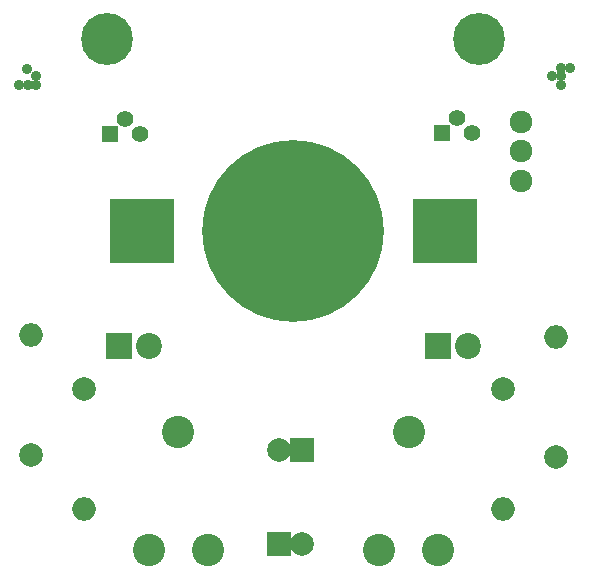
<source format=gbr>
G04 #@! TF.GenerationSoftware,KiCad,Pcbnew,5.0.0*
G04 #@! TF.CreationDate,2018-08-21T17:50:13+02:00*
G04 #@! TF.ProjectId,blink_badge,626C696E6B5F62616467652E6B696361,rev?*
G04 #@! TF.SameCoordinates,Original*
G04 #@! TF.FileFunction,Soldermask,Top*
G04 #@! TF.FilePolarity,Negative*
%FSLAX46Y46*%
G04 Gerber Fmt 4.6, Leading zero omitted, Abs format (unit mm)*
G04 Created by KiCad (PCBNEW 5.0.0) date Tue Aug 21 17:50:13 2018*
%MOMM*%
%LPD*%
G01*
G04 APERTURE LIST*
%ADD10C,4.400000*%
%ADD11R,5.480000X5.480000*%
%ADD12C,15.400000*%
%ADD13C,0.900000*%
%ADD14C,2.740000*%
%ADD15R,2.000000X2.000000*%
%ADD16C,2.000000*%
%ADD17O,2.000000X2.000000*%
%ADD18C,1.924000*%
%ADD19R,2.200000X2.200000*%
%ADD20C,2.200000*%
%ADD21C,1.400000*%
%ADD22R,1.400000X1.400000*%
G04 APERTURE END LIST*
D10*
G04 #@! TO.C,*
X36500000Y-70250000D03*
G04 #@! TD*
G04 #@! TO.C,*
X68000000Y-70250000D03*
G04 #@! TD*
D11*
G04 #@! TO.C,BT1*
X39425000Y-86500000D03*
X65075000Y-86500000D03*
D12*
X52250000Y-86500000D03*
G04 #@! TD*
D13*
G04 #@! TO.C,REF\002A\002A*
X29700000Y-72800000D03*
G04 #@! TD*
G04 #@! TO.C,REF\002A\002A*
X29050000Y-74100000D03*
G04 #@! TD*
G04 #@! TO.C,REF\002A\002A*
X29750000Y-74100000D03*
G04 #@! TD*
G04 #@! TO.C,REF\002A\002A*
X30450000Y-74100000D03*
G04 #@! TD*
G04 #@! TO.C,REF\002A\002A*
X30450000Y-73400000D03*
G04 #@! TD*
G04 #@! TO.C,REF\002A\002A*
X74150000Y-73400000D03*
G04 #@! TD*
G04 #@! TO.C,REF\002A\002A*
X75650000Y-72650000D03*
G04 #@! TD*
G04 #@! TO.C,REF\002A\002A*
X74900000Y-74150000D03*
G04 #@! TD*
G04 #@! TO.C,REF\002A\002A*
X74900000Y-73400000D03*
G04 #@! TD*
G04 #@! TO.C,REF\002A\002A*
X74900000Y-72650000D03*
G04 #@! TD*
D14*
G04 #@! TO.C,RV2*
X59500000Y-113500000D03*
X62000000Y-103500000D03*
X64500000Y-113500000D03*
G04 #@! TD*
D15*
G04 #@! TO.C,C1*
X51000000Y-113000000D03*
D16*
X53000000Y-113000000D03*
G04 #@! TD*
D15*
G04 #@! TO.C,C3*
X53000000Y-105000000D03*
D16*
X51000000Y-105000000D03*
G04 #@! TD*
G04 #@! TO.C,R1*
X30000000Y-105500000D03*
D17*
X30000000Y-95340000D03*
G04 #@! TD*
D16*
G04 #@! TO.C,R3*
X34500000Y-99840000D03*
D17*
X34500000Y-110000000D03*
G04 #@! TD*
D16*
G04 #@! TO.C,R5*
X70000000Y-99840000D03*
D17*
X70000000Y-110000000D03*
G04 #@! TD*
D16*
G04 #@! TO.C,R7*
X74500000Y-105660000D03*
D17*
X74500000Y-95500000D03*
G04 #@! TD*
D14*
G04 #@! TO.C,RV1*
X40000000Y-113500000D03*
X42500000Y-103500000D03*
X45000000Y-113500000D03*
G04 #@! TD*
D18*
G04 #@! TO.C,SW1*
X71550000Y-82250000D03*
X71550000Y-79750000D03*
X71550000Y-77250000D03*
G04 #@! TD*
D19*
G04 #@! TO.C,D1*
X37460000Y-96250000D03*
D20*
X40000000Y-96250000D03*
G04 #@! TD*
D21*
G04 #@! TO.C,Q1*
X38000000Y-77000000D03*
X39270000Y-78270000D03*
D22*
X36730000Y-78270000D03*
G04 #@! TD*
D21*
G04 #@! TO.C,Q3*
X66130000Y-76930000D03*
X67400000Y-78200000D03*
D22*
X64860000Y-78200000D03*
G04 #@! TD*
D19*
G04 #@! TO.C,D2*
X64460000Y-96250000D03*
D20*
X67000000Y-96250000D03*
G04 #@! TD*
M02*

</source>
